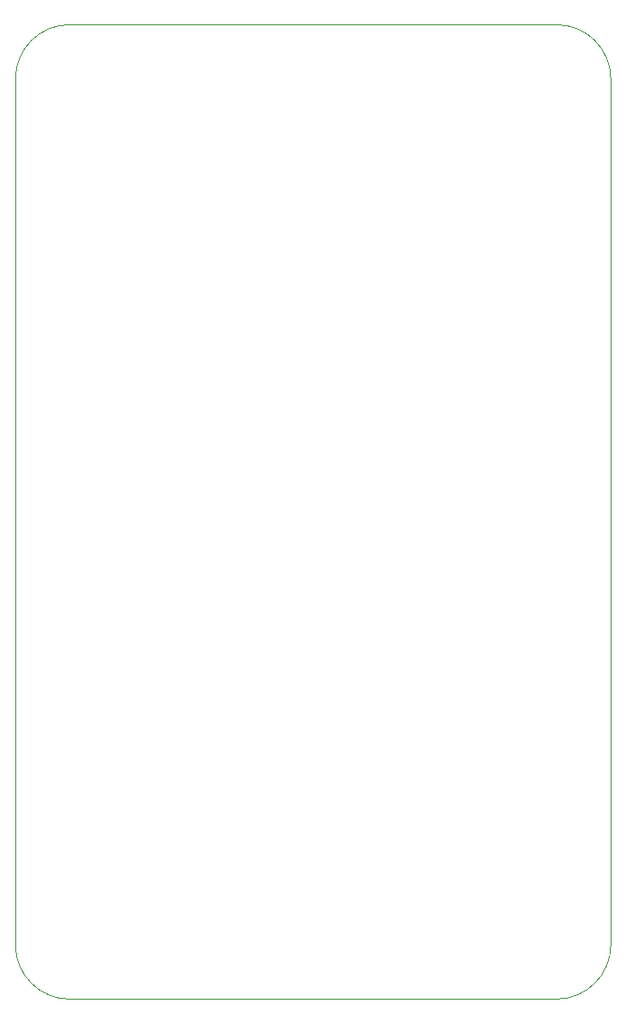
<source format=gbr>
G04 #@! TF.FileFunction,Profile,NP*
%FSLAX46Y46*%
G04 Gerber Fmt 4.6, Leading zero omitted, Abs format (unit mm)*
G04 Created by KiCad (PCBNEW 4.0.6) date 04/05/18 00:59:02*
%MOMM*%
%LPD*%
G01*
G04 APERTURE LIST*
%ADD10C,0.100000*%
G04 APERTURE END LIST*
D10*
X172720000Y-48260000D02*
G75*
G03X167640000Y-43180000I-5080000J0D01*
G01*
X121920000Y-43180000D02*
G75*
G03X116840000Y-48260000I0J-5080000D01*
G01*
X116840000Y-129540000D02*
G75*
G03X121920000Y-134620000I5080000J0D01*
G01*
X167640000Y-134620000D02*
G75*
G03X172720000Y-129540000I0J5080000D01*
G01*
X167640000Y-43180000D02*
X121920000Y-43180000D01*
X172720000Y-129540000D02*
X172720000Y-48260000D01*
X121920000Y-134620000D02*
X167640000Y-134620000D01*
X116840000Y-48260000D02*
X116840000Y-129540000D01*
M02*

</source>
